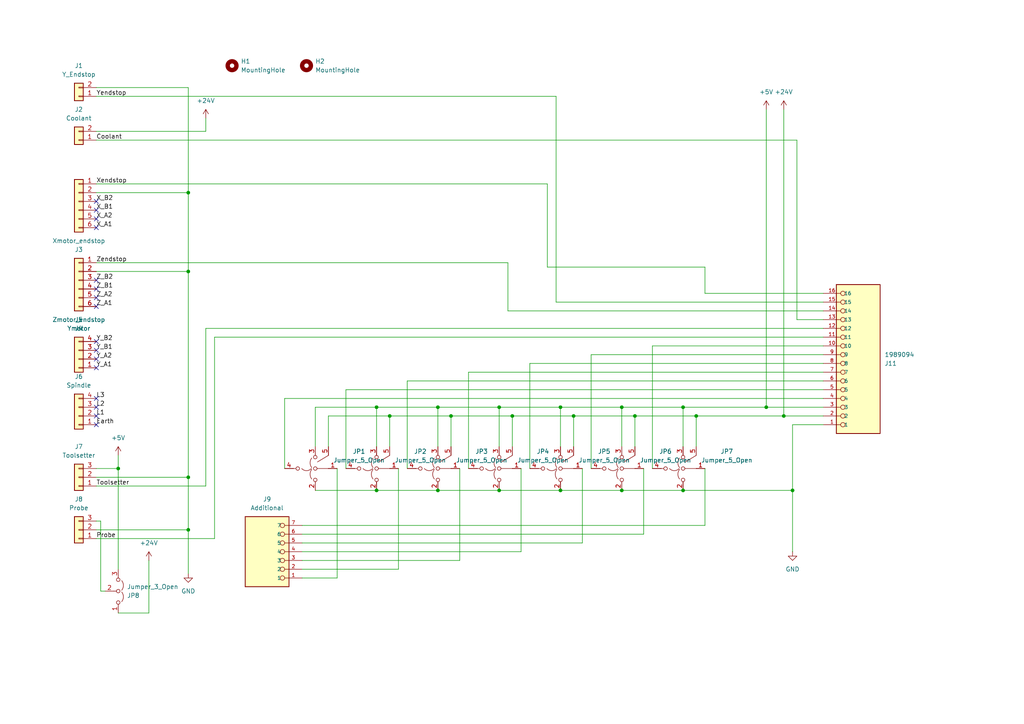
<source format=kicad_sch>
(kicad_sch (version 20231120) (generator "eeschema") (generator_version "8.0")
  (paper "A4")
  (lib_symbols
    (symbol "Connector_Generic:Conn_01x02" (pin_names (offset 1.016) hide)
      (property "Reference" "J" (at 0 2.54 0))
      (property "Value" "Conn_01x02" (at 0 -5.08 0))
      (symbol "Conn_01x02_1_1"
        (rectangle (start -1.27 -2.413) (end 0 -2.667) (stroke (width 0.1524)))
        (rectangle (start -1.27 0.127) (end 0 -0.127) (stroke (width 0.1524)))
        (rectangle (start -1.27 1.27) (end 1.27 -3.81) (stroke (width 0.254)) (fill (type background)))
        (pin passive line (at -5.08 0 0) (length 3.81) (name "Pin_1") (number "1"))
        (pin passive line (at -5.08 -2.54 0) (length 3.81) (name "Pin_2") (number "2"))
      )
    )
    (symbol "Connector_Generic:Conn_01x03" (pin_names (offset 1.016) hide)
      (property "Reference" "J" (at 0 5.08 0))
      (property "Value" "Conn_01x03" (at 0 -5.08 0))
      (symbol "Conn_01x03_1_1"
        (rectangle (start -1.27 -2.413) (end 0 -2.667) (stroke (width 0.1524)))
        (rectangle (start -1.27 0.127) (end 0 -0.127) (stroke (width 0.1524)))
        (rectangle (start -1.27 2.667) (end 0 2.413) (stroke (width 0.1524)))
        (rectangle (start -1.27 3.81) (end 1.27 -3.81) (stroke (width 0.254)) (fill (type background)))
        (pin passive line (at -5.08 2.54 0) (length 3.81) (name "Pin_1") (number "1"))
        (pin passive line (at -5.08 0 0) (length 3.81) (name "Pin_2") (number "2"))
        (pin passive line (at -5.08 -2.54 0) (length 3.81) (name "Pin_3") (number "3"))
      )
    )
    (symbol "Connector_Generic:Conn_01x04" (pin_names (offset 1.016) hide)
      (property "Reference" "J" (at 0 5.08 0))
      (property "Value" "Conn_01x04" (at 0 -7.62 0))
      (symbol "Conn_01x04_1_1"
        (rectangle (start -1.27 -4.953) (end 0 -5.207) (stroke (width 0.1524)))
        (rectangle (start -1.27 -2.413) (end 0 -2.667) (stroke (width 0.1524)))
        (rectangle (start -1.27 0.127) (end 0 -0.127) (stroke (width 0.1524)))
        (rectangle (start -1.27 2.667) (end 0 2.413) (stroke (width 0.1524)))
        (rectangle (start -1.27 3.81) (end 1.27 -6.35) (stroke (width 0.254)) (fill (type background)))
        (pin passive line (at -5.08 2.54 0) (length 3.81) (name "Pin_1") (number "1"))
        (pin passive line (at -5.08 0 0) (length 3.81) (name "Pin_2") (number "2"))
        (pin passive line (at -5.08 -2.54 0) (length 3.81) (name "Pin_3") (number "3"))
        (pin passive line (at -5.08 -5.08 0) (length 3.81) (name "Pin_4") (number "4"))
      )
    )
    (symbol "Connector_Generic:Conn_01x06" (pin_names (offset 1.016) hide)
      (property "Reference" "J" (at 0 7.62 0))
      (property "Value" "Conn_01x06" (at 0 -10.16 0))
      (symbol "Conn_01x06_1_1"
        (rectangle (start -1.27 -7.493) (end 0 -7.747) (stroke (width 0.1524)))
        (rectangle (start -1.27 -4.953) (end 0 -5.207) (stroke (width 0.1524)))
        (rectangle (start -1.27 -2.413) (end 0 -2.667) (stroke (width 0.1524)))
        (rectangle (start -1.27 0.127) (end 0 -0.127) (stroke (width 0.1524)))
        (rectangle (start -1.27 2.667) (end 0 2.413) (stroke (width 0.1524)))
        (rectangle (start -1.27 5.207) (end 0 4.953) (stroke (width 0.1524)))
        (rectangle (start -1.27 6.35) (end 1.27 -8.89) (stroke (width 0.254)) (fill (type background)))
        (pin passive line (at -5.08 5.08 0) (length 3.81) (name "Pin_1") (number "1"))
        (pin passive line (at -5.08 2.54 0) (length 3.81) (name "Pin_2") (number "2"))
        (pin passive line (at -5.08 0 0) (length 3.81) (name "Pin_3") (number "3"))
        (pin passive line (at -5.08 -2.54 0) (length 3.81) (name "Pin_4") (number "4"))
        (pin passive line (at -5.08 -5.08 0) (length 3.81) (name "Pin_5") (number "5"))
        (pin passive line (at -5.08 -7.62 0) (length 3.81) (name "Pin_6") (number "6"))
      )
    )
    (symbol "Jumper:Jumper_3_Open" (pin_names (offset 0) hide) (exclude_from_sim yes) (in_bom no)
      (property "Reference" "JP" (at -2.54 -2.54 0))
      (property "Value" "Jumper_3_Open" (at 0 2.794 0))
      (symbol "Jumper_3_Open_0_0"
        (circle (center -3.302 0) (radius 0.508))
        (circle (center 0 0) (radius 0.508))
        (circle (center 3.302 0) (radius 0.508))
      )
      (symbol "Jumper_3_Open_0_1"
        (arc (start -0.254 1.016) (mid -1.651 1.4992) (end -3.048 1.016))
        (polyline (pts (xy 0 -0.508) (xy 0 -1.27)))
        (arc (start 3.048 1.016) (mid 1.651 1.4992) (end 0.254 1.016))
      )
      (symbol "Jumper_3_Open_1_1"
        (pin passive line (at -6.35 0 0) (length 2.54) (name "A") (number "1"))
        (pin passive line (at 0 -3.81 90) (length 2.54) (name "C") (number "2"))
        (pin passive line (at 6.35 0 180) (length 2.54) (name "B") (number "3"))
      )
    )
    (symbol "Mechanical:MountingHole" (pin_names (offset 1.016)) (exclude_from_sim yes) (in_bom no)
      (property "Reference" "H" (at 0 5.08 0))
      (property "Value" "MountingHole" (at 0 3.175 0))
      (symbol "MountingHole_0_1"
        (circle (center 0 0) (radius 1.27) (stroke (width 1.27)))
      )
    )
    (symbol "ProjectSpecific:1989007" (pin_names (offset 1.016))
      (property "Reference" "J" (at -6.85 10.16 0))
      (property "Value" "1989007" (at -6.35 -12.7 0))
      (symbol "1989007_0_0"
        (rectangle (start -6.35 -10.16) (end 6.35 10.16) (stroke (width 0.254)) (fill (type background)))
        (circle (center -4.445 -7.62) (radius 0.635) (stroke (width 0.1524)))
        (circle (center -4.445 -5.08) (radius 0.635) (stroke (width 0.1524)))
        (circle (center -4.445 -2.54) (radius 0.635) (stroke (width 0.1524)))
        (circle (center -4.445 0) (radius 0.635) (stroke (width 0.1524)))
        (circle (center -4.445 2.54) (radius 0.635) (stroke (width 0.1524)))
        (circle (center -4.445 5.08) (radius 0.635) (stroke (width 0.1524)))
        (circle (center -4.445 7.62) (radius 0.635) (stroke (width 0.1524)))
        (pin passive line (at -10.16 7.62 0) (length 5.08) (name "1") (number "1"))
        (pin passive line (at -10.16 5.08 0) (length 5.08) (name "2") (number "2"))
        (pin passive line (at -10.16 2.54 0) (length 5.08) (name "3") (number "3"))
        (pin passive line (at -10.16 0 0) (length 5.08) (name "4") (number "4"))
        (pin passive line (at -10.16 -2.54 0) (length 5.08) (name "5") (number "5"))
        (pin passive line (at -10.16 -5.08 0) (length 5.08) (name "6") (number "6"))
        (pin passive line (at -10.16 -7.62 0) (length 5.08) (name "7") (number "7"))
      )
    )
    (symbol "ProjectSpecific:1989094" (pin_names (offset 1.016))
      (property "Reference" "J" (at -6.85 22.86 0))
      (property "Value" "1989094" (at -6.35 -22.86 0))
      (symbol "1989094_0_0"
        (rectangle (start -6.35 -20.32) (end 6.35 22.86) (stroke (width 0.254)) (fill (type background)))
        (circle (center -4.445 -17.78) (radius 0.635) (stroke (width 0.1524)))
        (circle (center -4.445 -15.24) (radius 0.635) (stroke (width 0.1524)))
        (circle (center -4.445 -12.7) (radius 0.635) (stroke (width 0.1524)))
        (circle (center -4.445 -10.16) (radius 0.635) (stroke (width 0.1524)))
        (circle (center -4.445 -7.62) (radius 0.635) (stroke (width 0.1524)))
        (circle (center -4.445 -5.08) (radius 0.635) (stroke (width 0.1524)))
        (circle (center -4.445 -2.54) (radius 0.635) (stroke (width 0.1524)))
        (circle (center -4.445 0) (radius 0.635) (stroke (width 0.1524)))
        (circle (center -4.445 2.54) (radius 0.635) (stroke (width 0.1524)))
        (circle (center -4.445 5.08) (radius 0.635) (stroke (width 0.1524)))
        (circle (center -4.445 7.62) (radius 0.635) (stroke (width 0.1524)))
        (circle (center -4.445 10.16) (radius 0.635) (stroke (width 0.1524)))
        (circle (center -4.445 12.7) (radius 0.635) (stroke (width 0.1524)))
        (circle (center -4.445 15.24) (radius 0.635) (stroke (width 0.1524)))
        (circle (center -4.445 17.78) (radius 0.635) (stroke (width 0.1524)))
        (circle (center -4.445 20.32) (radius 0.635) (stroke (width 0.1524)))
        (pin passive line (at -10.16 20.32 0) (length 5.08) (name "1") (number "1"))
        (pin passive line (at -10.16 -2.54 0) (length 5.08) (name "10") (number "10"))
        (pin passive line (at -10.16 -5.08 0) (length 5.08) (name "11") (number "11"))
        (pin passive line (at -10.16 -7.62 0) (length 5.08) (name "12") (number "12"))
        (pin passive line (at -10.16 -10.16 0) (length 5.08) (name "13") (number "13"))
        (pin passive line (at -10.16 -12.7 0) (length 5.08) (name "14") (number "14"))
        (pin passive line (at -10.16 -15.24 0) (length 5.08) (name "15") (number "15"))
        (pin passive line (at -10.16 -17.78 0) (length 5.08) (name "16") (number "16"))
        (pin passive line (at -10.16 17.78 0) (length 5.08) (name "2") (number "2"))
        (pin passive line (at -10.16 15.24 0) (length 5.08) (name "3") (number "3"))
        (pin passive line (at -10.16 12.7 0) (length 5.08) (name "4") (number "4"))
        (pin passive line (at -10.16 10.16 0) (length 5.08) (name "5") (number "5"))
        (pin passive line (at -10.16 7.62 0) (length 5.08) (name "6") (number "6"))
        (pin passive line (at -10.16 5.08 0) (length 5.08) (name "7") (number "7"))
        (pin passive line (at -10.16 2.54 0) (length 5.08) (name "8") (number "8"))
        (pin passive line (at -10.16 0 0) (length 5.08) (name "9") (number "9"))
      )
    )
    (symbol "ProjectSpecific:Jumper_5_Open" (pin_names (offset 0) hide) (exclude_from_sim yes) (in_bom no)
      (property "Reference" "JP" (at -2.54 -2.54 0))
      (property "Value" "Jumper_5_Open" (at 0 2.794 0))
      (symbol "Jumper_5_Open_0_0"
        (circle (center -3.302 0) (radius 0.508))
        (circle (center 0 0) (radius 0.508))
        (circle (center 0 5.08) (radius 0.508))
        (circle (center 3.302 0) (radius 0.508))
      )
      (symbol "Jumper_5_Open_0_1"
        (arc (start -0.254 1.016) (mid -1.651 1.4992) (end -3.048 1.016))
        (polyline (pts (xy 0 -0.508) (xy 0 -3.81)))
        (polyline (pts (xy 0 5.715) (xy 0 6.35)))
        (polyline (pts (xy 3.81 -3.81) (xy 1.905 -0.635)))
        (arc (start 0 3.937) (mid -0.618 2.54) (end 0 1.143))
        (arc (start 3.048 1.016) (mid 1.651 1.4992) (end 0.254 1.016))
      )
      (symbol "Jumper_5_Open_1_0"
        (pin passive line (at 0 8.89 270) (length 2.54) (name "C") (number "4"))
        (pin passive line (at 6.35 -3.81 180) (length 2.54) (name "D") (number "5"))
      )
      (symbol "Jumper_5_Open_1_1"
        (pin passive line (at 0 -6.35 90) (length 2.54) (name "IN") (number "1"))
        (pin passive line (at -6.35 0 0) (length 2.54) (name "A") (number "2"))
        (pin passive line (at 6.35 0 180) (length 2.54) (name "B") (number "3"))
      )
    )
    (symbol "power:+24V" (power) (pin_numbers hide) (pin_names (offset 0) hide)
      (property "Value" "+24V" (at 0 3.556 0))
      (symbol "+24V_0_1"
        (polyline (pts (xy -0.762 1.27) (xy 0 2.54)))
        (polyline (pts (xy 0 0) (xy 0 2.54)))
        (polyline (pts (xy 0 2.54) (xy 0.762 1.27)))
      )
      (symbol "+24V_1_1"
        (pin power_in line (at 0 0 90) (length 0) (name "~") (number "1"))
      )
    )
    (symbol "power:+5V" (power) (pin_numbers hide) (pin_names (offset 0) hide)
      (property "Value" "+5V" (at 0 3.556 0))
      (symbol "+5V_0_1"
        (polyline (pts (xy -0.762 1.27) (xy 0 2.54)))
        (polyline (pts (xy 0 0) (xy 0 2.54)))
        (polyline (pts (xy 0 2.54) (xy 0.762 1.27)))
      )
      (symbol "+5V_1_1"
        (pin power_in line (at 0 0 90) (length 0) (name "~") (number "1"))
      )
    )
    (symbol "power:GND" (power) (pin_numbers hide) (pin_names (offset 0) hide)
      (property "Value" "GND" (at 0 -3.81 0))
      (symbol "GND_0_1"
        (polyline (pts (xy 0 0) (xy 0 -1.27) (xy 1.27 -1.27) (xy 0 -2.54) (xy -1.27 -1.27) (xy 0 -1.27)))
      )
      (symbol "GND_1_1"
        (pin power_in line (at 0 0 270) (length 0) (name "~") (number "1"))
      )
    )
  )
  (junction (at 162.56 142.24))
  (junction (at 184.15 120.65))
  (junction (at 113.03 120.65))
  (junction (at 180.34 118.11))
  (junction (at 229.87 142.24))
  (junction (at 166.37 120.65))
  (junction (at 109.22 142.24))
  (junction (at 201.93 120.65))
  (junction (at 222.25 118.11))
  (junction (at 109.22 118.11))
  (junction (at 54.61 138.43))
  (junction (at 144.78 118.11))
  (junction (at 54.61 78.74))
  (junction (at 198.12 142.24))
  (junction (at 227.33 120.65))
  (junction (at 180.34 142.24))
  (junction (at 198.12 118.11))
  (junction (at 127 142.24))
  (junction (at 54.61 153.67))
  (junction (at 127 118.11))
  (junction (at 54.61 55.88))
  (junction (at 144.78 142.24))
  (junction (at 162.56 118.11))
  (junction (at 34.29 135.89))
  (junction (at 148.59 120.65))
  (junction (at 130.81 120.65))
  (no_connect (at 27.94 86.36))
  (no_connect (at 27.94 88.9))
  (no_connect (at 27.94 60.96))
  (no_connect (at 27.94 101.6))
  (no_connect (at 27.94 104.14))
  (no_connect (at 27.94 123.19))
  (no_connect (at 27.94 120.65))
  (no_connect (at 27.94 66.04))
  (no_connect (at 27.94 63.5))
  (no_connect (at 27.94 115.57))
  (no_connect (at 27.94 81.28))
  (no_connect (at 27.94 58.42))
  (no_connect (at 27.94 118.11))
  (no_connect (at 27.94 106.68))
  (no_connect (at 27.94 99.06))
  (no_connect (at 27.94 83.82))
  (wire (pts (xy 127 118.11) (xy 144.78 118.11)))
  (wire (pts (xy 34.29 132.08) (xy 34.29 135.89)))
  (wire (pts (xy 54.61 138.43) (xy 54.61 153.67)))
  (wire (pts (xy 27.94 27.94) (xy 161.29 27.94)))
  (wire (pts (xy 238.76 97.79) (xy 62.23 97.79)))
  (wire (pts (xy 162.56 142.24) (xy 180.34 142.24)))
  (wire (pts (xy 222.25 118.11) (xy 238.76 118.11)))
  (wire (pts (xy 54.61 25.4) (xy 54.61 55.88)))
  (wire (pts (xy 27.94 53.34) (xy 158.75 53.34)))
  (wire (pts (xy 109.22 118.11) (xy 127 118.11)))
  (wire (pts (xy 147.32 76.2) (xy 147.32 90.17)))
  (wire (pts (xy 87.63 160.02) (xy 151.13 160.02)))
  (wire (pts (xy 147.32 76.2) (xy 27.94 76.2)))
  (wire (pts (xy 87.63 152.4) (xy 204.47 152.4)))
  (wire (pts (xy 82.55 115.57) (xy 82.55 135.89)))
  (wire (pts (xy 29.21 151.13) (xy 29.21 171.45)))
  (wire (pts (xy 27.94 78.74) (xy 54.61 78.74)))
  (wire (pts (xy 168.91 157.48) (xy 168.91 135.89)))
  (wire (pts (xy 184.15 120.65) (xy 201.93 120.65)))
  (wire (pts (xy 27.94 40.64) (xy 231.14 40.64)))
  (wire (pts (xy 227.33 120.65) (xy 238.76 120.65)))
  (wire (pts (xy 171.45 102.87) (xy 171.45 135.89)))
  (wire (pts (xy 127 142.24) (xy 144.78 142.24)))
  (wire (pts (xy 27.94 55.88) (xy 54.61 55.88)))
  (wire (pts (xy 238.76 123.19) (xy 229.87 123.19)))
  (wire (pts (xy 204.47 85.09) (xy 238.76 85.09)))
  (wire (pts (xy 227.33 31.75) (xy 227.33 120.65)))
  (wire (pts (xy 198.12 142.24) (xy 229.87 142.24)))
  (wire (pts (xy 133.35 162.56) (xy 133.35 135.89)))
  (wire (pts (xy 166.37 120.65) (xy 184.15 120.65)))
  (wire (pts (xy 158.75 53.34) (xy 158.75 77.47)))
  (wire (pts (xy 222.25 31.75) (xy 222.25 118.11)))
  (wire (pts (xy 180.34 129.54) (xy 180.34 118.11)))
  (wire (pts (xy 118.11 110.49) (xy 238.76 110.49)))
  (wire (pts (xy 161.29 27.94) (xy 161.29 87.63)))
  (wire (pts (xy 238.76 87.63) (xy 161.29 87.63)))
  (wire (pts (xy 135.89 135.89) (xy 135.89 107.95)))
  (wire (pts (xy 147.32 90.17) (xy 238.76 90.17)))
  (wire (pts (xy 231.14 92.71) (xy 231.14 40.64)))
  (wire (pts (xy 59.69 38.1) (xy 59.69 34.29)))
  (wire (pts (xy 43.18 162.56) (xy 43.18 177.8)))
  (wire (pts (xy 62.23 156.21) (xy 27.94 156.21)))
  (wire (pts (xy 34.29 177.8) (xy 43.18 177.8)))
  (wire (pts (xy 87.63 165.1) (xy 115.57 165.1)))
  (wire (pts (xy 109.22 118.11) (xy 109.22 129.54)))
  (wire (pts (xy 180.34 142.24) (xy 198.12 142.24)))
  (wire (pts (xy 54.61 55.88) (xy 54.61 78.74)))
  (wire (pts (xy 198.12 118.11) (xy 222.25 118.11)))
  (wire (pts (xy 158.75 77.47) (xy 204.47 77.47)))
  (wire (pts (xy 27.94 135.89) (xy 34.29 135.89)))
  (wire (pts (xy 180.34 118.11) (xy 198.12 118.11)))
  (wire (pts (xy 87.63 162.56) (xy 133.35 162.56)))
  (wire (pts (xy 91.44 142.24) (xy 109.22 142.24)))
  (wire (pts (xy 91.44 129.54) (xy 91.44 118.11)))
  (wire (pts (xy 127 118.11) (xy 127 129.54)))
  (wire (pts (xy 238.76 105.41) (xy 153.67 105.41)))
  (wire (pts (xy 153.67 105.41) (xy 153.67 135.89)))
  (wire (pts (xy 115.57 165.1) (xy 115.57 135.89)))
  (wire (pts (xy 100.33 135.89) (xy 100.33 113.03)))
  (wire (pts (xy 162.56 118.11) (xy 162.56 129.54)))
  (wire (pts (xy 27.94 138.43) (xy 54.61 138.43)))
  (wire (pts (xy 204.47 77.47) (xy 204.47 85.09)))
  (wire (pts (xy 27.94 151.13) (xy 29.21 151.13)))
  (wire (pts (xy 204.47 152.4) (xy 204.47 135.89)))
  (wire (pts (xy 166.37 120.65) (xy 166.37 129.54)))
  (wire (pts (xy 100.33 113.03) (xy 238.76 113.03)))
  (wire (pts (xy 130.81 120.65) (xy 130.81 129.54)))
  (wire (pts (xy 229.87 123.19) (xy 229.87 142.24)))
  (wire (pts (xy 238.76 102.87) (xy 171.45 102.87)))
  (wire (pts (xy 109.22 142.24) (xy 127 142.24)))
  (wire (pts (xy 229.87 142.24) (xy 229.87 160.02)))
  (wire (pts (xy 151.13 160.02) (xy 151.13 135.89)))
  (wire (pts (xy 148.59 120.65) (xy 166.37 120.65)))
  (wire (pts (xy 238.76 100.33) (xy 189.23 100.33)))
  (wire (pts (xy 144.78 142.24) (xy 162.56 142.24)))
  (wire (pts (xy 97.79 167.64) (xy 97.79 135.89)))
  (wire (pts (xy 238.76 92.71) (xy 231.14 92.71)))
  (wire (pts (xy 201.93 120.65) (xy 227.33 120.65)))
  (wire (pts (xy 198.12 118.11) (xy 198.12 129.54)))
  (wire (pts (xy 189.23 100.33) (xy 189.23 135.89)))
  (wire (pts (xy 59.69 140.97) (xy 27.94 140.97)))
  (wire (pts (xy 238.76 115.57) (xy 82.55 115.57)))
  (wire (pts (xy 59.69 95.25) (xy 59.69 140.97)))
  (wire (pts (xy 27.94 153.67) (xy 54.61 153.67)))
  (wire (pts (xy 87.63 167.64) (xy 97.79 167.64)))
  (wire (pts (xy 144.78 118.11) (xy 144.78 129.54)))
  (wire (pts (xy 113.03 120.65) (xy 113.03 129.54)))
  (wire (pts (xy 54.61 78.74) (xy 54.61 138.43)))
  (wire (pts (xy 54.61 153.67) (xy 54.61 166.37)))
  (wire (pts (xy 27.94 38.1) (xy 59.69 38.1)))
  (wire (pts (xy 29.21 171.45) (xy 30.48 171.45)))
  (wire (pts (xy 135.89 107.95) (xy 238.76 107.95)))
  (wire (pts (xy 238.76 95.25) (xy 59.69 95.25)))
  (wire (pts (xy 130.81 120.65) (xy 148.59 120.65)))
  (wire (pts (xy 87.63 157.48) (xy 168.91 157.48)))
  (wire (pts (xy 62.23 97.79) (xy 62.23 156.21)))
  (wire (pts (xy 201.93 129.54) (xy 201.93 120.65)))
  (wire (pts (xy 87.63 154.94) (xy 186.69 154.94)))
  (wire (pts (xy 148.59 120.65) (xy 148.59 129.54)))
  (wire (pts (xy 184.15 120.65) (xy 184.15 129.54)))
  (wire (pts (xy 27.94 25.4) (xy 54.61 25.4)))
  (wire (pts (xy 95.25 120.65) (xy 113.03 120.65)))
  (wire (pts (xy 118.11 135.89) (xy 118.11 110.49)))
  (wire (pts (xy 91.44 118.11) (xy 109.22 118.11)))
  (wire (pts (xy 95.25 129.54) (xy 95.25 120.65)))
  (wire (pts (xy 144.78 118.11) (xy 162.56 118.11)))
  (wire (pts (xy 34.29 135.89) (xy 34.29 165.1)))
  (wire (pts (xy 186.69 154.94) (xy 186.69 135.89)))
  (wire (pts (xy 113.03 120.65) (xy 130.81 120.65)))
  (wire (pts (xy 162.56 118.11) (xy 180.34 118.11)))
  (label "Earth" (at 27.94 123.19 0))
  (label "Y_A1" (at 27.94 106.68 0))
  (label "Y_B1" (at 27.94 101.6 0))
  (label "Z_B2" (at 27.94 81.28 0))
  (label "L3" (at 27.94 115.57 0))
  (label "X_B2" (at 27.94 58.42 0))
  (label "Toolsetter" (at 27.94 140.97 0))
  (label "X_A2" (at 27.94 63.5 0))
  (label "Z_A1" (at 27.94 88.9 0))
  (label "Zendstop" (at 27.94 76.2 0))
  (label "L2" (at 27.94 118.11 0))
  (label "Xendstop" (at 27.94 53.34 0))
  (label "X_B1" (at 27.94 60.96 0))
  (label "Coolant" (at 27.94 40.64 0))
  (label "Yendstop" (at 27.94 27.94 0))
  (label "Z_A2" (at 27.94 86.36 0))
  (label "X_A1" (at 27.94 66.04 0))
  (label "Y_A2" (at 27.94 104.14 0))
  (label "L1" (at 27.94 120.65 0))
  (label "Z_B1" (at 27.94 83.82 0))
  (label "Probe" (at 27.94 156.21 0))
  (label "Y_B2" (at 27.94 99.06 0))
  (symbol (lib_id "Mechanical:MountingHole") (at 67.31 19.05 0) (unit 1) (exclude_from_sim yes) (in_bom no)
    (property "Reference" "H1" (at 69.85 17.7799 0) (effects (justify left)))
    (property "Value" "MountingHole" (at 69.85 20.3199 0) (effects (justify left)))
    (property "Footprint" "MountingHole:MountingHole_3.2mm_M3" (effects (hide yes)))
    (property "Description" "Mounting Hole without connection" (effects (hide yes)))
  )
  (symbol (lib_id "Jumper:Jumper_3_Open") (at 34.29 171.45 270) (mirror x) (unit 1) (exclude_from_sim yes) (in_bom no)
    (property "Reference" "JP8" (at 36.83 172.7201 90) (effects (justify left)))
    (property "Value" "Jumper_3_Open" (at 36.83 170.1801 90) (effects (justify left)))
    (property "Footprint" "Connector_PinHeader_2.54mm:PinHeader_1x03_P2.54mm_Vertical" (effects (hide yes)))
    (property "Description" "Jumper, 3-pole, both open" (effects (hide yes)))
  )
  (symbol (lib_id "Connector_Generic:Conn_01x06") (at 22.86 58.42 0) (mirror y) (unit 1)
    (property "Reference" "J3" (at 22.86 72.39 0))
    (property "Value" "Xmotor_endstop" (at 22.86 69.85 0))
    (property "Footprint" "Connector_JST:JST_XH_B2B-XH-A_1x02_P2.50mm_Vertical" (effects (hide yes)))
    (property "Description" "Generic connector, single row, 01x06, script generated (kicad-library-utils/schlib/autogen/connector/)" (effects (hide yes)))
  )
  (symbol (lib_id "Connector_Generic:Conn_01x04") (at 22.86 104.14 180) (unit 1)
    (property "Reference" "J5" (at 22.86 92.71 0))
    (property "Value" "Ymotor" (at 22.86 95.25 0))
    (property "Footprint" "Connector_PinHeader_2.54mm:PinHeader_1x03_P2.54mm_Vertical" (effects (hide yes)))
    (property "Description" "Generic connector, single row, 01x04, script generated (kicad-library-utils/schlib/autogen/connector/)" (effects (hide yes)))
  )
  (symbol (lib_id "power:GND") (at 229.87 160.02 0) (unit 1)
    (property "Reference" "#PWR02" (effects (hide yes)))
    (property "Value" "GND" (at 229.87 165.1 0))
    (property "Description" "Power symbol creates a global label with name \"GND\" , ground" (effects (hide yes)))
  )
  (symbol (lib_id "power:+5V") (at 227.33 31.75 0) (unit 1)
    (property "Reference" "#PWR05" (effects (hide yes)))
    (property "Value" "+24V" (at 227.33 26.67 0))
    (property "Description" "Power symbol creates a global label with name \"+5V\"" (effects (hide yes)))
  )
  (symbol (lib_id "ProjectSpecific:Jumper_5_Open") (at 162.56 135.89 90) (unit 1) (exclude_from_sim yes) (in_bom no)
    (property "Reference" "JP5" (at 175.26 130.9368 90))
    (property "Value" "Jumper_5_Open" (at 175.26 133.4768 90))
    (property "Footprint" "ProjectSpecificFootprints:CustomJumper_5" (effects (hide yes)))
    (property "Description" "Jumper, 3-pole, both open" (effects (hide yes)))
  )
  (symbol (lib_id "Connector_Generic:Conn_01x06") (at 22.86 81.28 0) (mirror y) (unit 1)
    (property "Reference" "J4" (at 22.86 95.25 0))
    (property "Value" "Zmotor_endstop" (at 22.86 92.71 0))
    (property "Footprint" "Connector_JST:JST_XH_B2B-XH-A_1x02_P2.50mm_Vertical" (effects (hide yes)))
    (property "Description" "Generic connector, single row, 01x06, script generated (kicad-library-utils/schlib/autogen/connector/)" (effects (hide yes)))
  )
  (symbol (lib_id "ProjectSpecific:Jumper_5_Open") (at 91.44 135.89 90) (unit 1) (exclude_from_sim yes) (in_bom no)
    (property "Reference" "JP1" (at 104.14 130.9368 90))
    (property "Value" "Jumper_5_Open" (at 104.14 133.4768 90))
    (property "Footprint" "ProjectSpecificFootprints:CustomJumper_5" (effects (hide yes)))
    (property "Description" "Jumper, 3-pole, both open" (effects (hide yes)))
  )
  (symbol (lib_id "Connector_Generic:Conn_01x03") (at 22.86 153.67 180) (unit 1)
    (property "Reference" "J8" (at 22.86 144.78 0))
    (property "Value" "Probe" (at 22.86 147.32 0))
    (property "Footprint" "Connector_JST:JST_XH_B3B-XH-A_1x03_P2.50mm_Vertical" (effects (hide yes)))
    (property "Description" "Generic connector, single row, 01x03, script generated (kicad-library-utils/schlib/autogen/connector/)" (effects (hide yes)))
  )
  (symbol (lib_id "ProjectSpecific:Jumper_5_Open") (at 180.34 135.89 90) (unit 1) (exclude_from_sim yes) (in_bom no)
    (property "Reference" "JP6" (at 193.04 130.9368 90))
    (property "Value" "Jumper_5_Open" (at 193.04 133.4768 90))
    (property "Footprint" "ProjectSpecificFootprints:CustomJumper_5" (effects (hide yes)))
    (property "Description" "Jumper, 3-pole, both open" (effects (hide yes)))
  )
  (symbol (lib_id "power:+24V") (at 43.18 162.56 0) (unit 1)
    (property "Reference" "#PWR06" (effects (hide yes)))
    (property "Value" "+24V" (at 43.18 157.48 0))
    (property "Description" "Power symbol creates a global label with name \"+24V\"" (effects (hide yes)))
  )
  (symbol (lib_id "Connector_Generic:Conn_01x02") (at 22.86 27.94 180) (unit 1)
    (property "Reference" "J1" (at 22.86 19.05 0))
    (property "Value" "Y_Endstop" (at 22.86 21.59 0))
    (property "Footprint" "Connector_JST:JST_XH_B2B-XH-A_1x02_P2.50mm_Vertical" (effects (hide yes)))
    (property "Description" "Generic connector, single row, 01x02, script generated (kicad-library-utils/schlib/autogen/connector/)" (effects (hide yes)))
  )
  (symbol (lib_id "ProjectSpecific:Jumper_5_Open") (at 198.12 135.89 90) (unit 1) (exclude_from_sim yes) (in_bom no)
    (property "Reference" "JP7" (at 210.82 130.9368 90))
    (property "Value" "Jumper_5_Open" (at 210.82 133.4768 90))
    (property "Footprint" "ProjectSpecificFootprints:CustomJumper_5" (effects (hide yes)))
    (property "Description" "Jumper, 3-pole, both open" (effects (hide yes)))
  )
  (symbol (lib_id "ProjectSpecific:Jumper_5_Open") (at 144.78 135.89 90) (unit 1) (exclude_from_sim yes) (in_bom no)
    (property "Reference" "JP4" (at 157.48 130.9368 90))
    (property "Value" "Jumper_5_Open" (at 157.48 133.4768 90))
    (property "Footprint" "ProjectSpecificFootprints:CustomJumper_5" (effects (hide yes)))
    (property "Description" "Jumper, 3-pole, both open" (effects (hide yes)))
  )
  (symbol (lib_id "Connector_Generic:Conn_01x04") (at 22.86 120.65 180) (unit 1)
    (property "Reference" "J6" (at 22.86 109.22 0))
    (property "Value" "Spindle" (at 22.86 111.76 0))
    (property "Description" "Generic connector, single row, 01x04, script generated (kicad-library-utils/schlib/autogen/connector/)" (effects (hide yes)))
  )
  (symbol (lib_id "ProjectSpecific:1989094") (at 248.92 102.87 0) (mirror x) (unit 1)
    (property "Reference" "J11" (at 256.54 105.4101 0) (effects (justify left)))
    (property "Value" "1989094" (at 256.54 102.8701 0) (effects (justify left)))
    (property "Footprint" "ProjectSpecificFootprints:PHOENIX_1989094" (effects (hide yes)))
    (property "MANUFACTURER" "PHOENIX" (effects (hide yes)))
  )
  (symbol (lib_id "Mechanical:MountingHole") (at 88.9 19.05 0) (unit 1) (exclude_from_sim yes) (in_bom no)
    (property "Reference" "H2" (at 91.44 17.7799 0) (effects (justify left)))
    (property "Value" "MountingHole" (at 91.44 20.3199 0) (effects (justify left)))
    (property "Footprint" "MountingHole:MountingHole_3.2mm_M3" (effects (hide yes)))
    (property "Description" "Mounting Hole without connection" (effects (hide yes)))
  )
  (symbol (lib_id "Connector_Generic:Conn_01x02") (at 22.86 40.64 180) (unit 1)
    (property "Reference" "J2" (at 22.86 31.75 0))
    (property "Value" "Coolant" (at 22.86 34.29 0))
    (property "Footprint" "Connector_JST:JST_XH_B2B-XH-A_1x02_P2.50mm_Vertical" (effects (hide yes)))
    (property "Description" "Generic connector, single row, 01x02, script generated (kicad-library-utils/schlib/autogen/connector/)" (effects (hide yes)))
  )
  (symbol (lib_id "ProjectSpecific:Jumper_5_Open") (at 127 135.89 90) (unit 1) (exclude_from_sim yes) (in_bom no)
    (property "Reference" "JP3" (at 139.7 130.9368 90))
    (property "Value" "Jumper_5_Open" (at 139.7 133.4768 90))
    (property "Footprint" "ProjectSpecificFootprints:CustomJumper_5" (effects (hide yes)))
    (property "Description" "Jumper, 3-pole, both open" (effects (hide yes)))
  )
  (symbol (lib_id "Connector_Generic:Conn_01x03") (at 22.86 138.43 180) (unit 1)
    (property "Reference" "J7" (at 22.86 129.54 0))
    (property "Value" "Toolsetter" (at 22.86 132.08 0))
    (property "Footprint" "Connector_JST:JST_XH_B3B-XH-A_1x03_P2.50mm_Vertical" (effects (hide yes)))
    (property "Description" "Generic connector, single row, 01x03, script generated (kicad-library-utils/schlib/autogen/connector/)" (effects (hide yes)))
  )
  (symbol (lib_id "power:+24V") (at 59.69 34.29 0) (unit 1)
    (property "Reference" "#PWR07" (effects (hide yes)))
    (property "Value" "+24V" (at 59.69 29.21 0))
    (property "Description" "Power symbol creates a global label with name \"+24V\"" (effects (hide yes)))
  )
  (symbol (lib_id "power:GND") (at 54.61 166.37 0) (unit 1)
    (property "Reference" "#PWR03" (effects (hide yes)))
    (property "Value" "GND" (at 54.61 171.45 0))
    (property "Description" "Power symbol creates a global label with name \"GND\" , ground" (effects (hide yes)))
  )
  (symbol (lib_id "ProjectSpecific:1989007") (at 77.47 160.02 180) (unit 1)
    (property "Reference" "J9" (at 77.47 144.78 0))
    (property "Value" "Additional" (at 77.47 147.32 0))
    (property "Footprint" "ProjectSpecificFootprints:PHOENIX_1989007" (effects (hide yes)))
    (property "MANUFACTURER" "PHOENIX" (effects (hide yes)))
  )
  (symbol (lib_id "power:+5V") (at 34.29 132.08 0) (unit 1)
    (property "Reference" "#PWR04" (effects (hide yes)))
    (property "Value" "+5V" (at 34.29 127 0))
    (property "Description" "Power symbol creates a global label with name \"+5V\"" (effects (hide yes)))
  )
  (symbol (lib_id "power:+5V") (at 222.25 31.75 0) (unit 1)
    (property "Reference" "#PWR01" (effects (hide yes)))
    (property "Value" "+5V" (at 222.25 26.67 0))
    (property "Description" "Power symbol creates a global label with name \"+5V\"" (effects (hide yes)))
  )
  (symbol (lib_id "ProjectSpecific:Jumper_5_Open") (at 109.22 135.89 90) (unit 1) (exclude_from_sim yes) (in_bom no)
    (property "Reference" "JP2" (at 121.92 130.9368 90))
    (property "Value" "Jumper_5_Open" (at 121.92 133.4768 90))
    (property "Footprint" "ProjectSpecificFootprints:CustomJumper_5" (effects (hide yes)))
    (property "Description" "Jumper, 3-pole, both open" (effects (hide yes)))
  )
)
</source>
